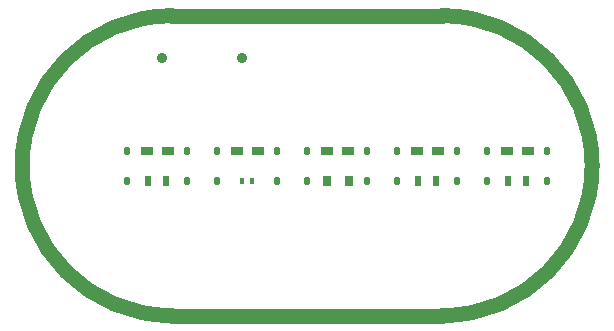
<source format=gts>
G04 #@! TF.FileFunction,Soldermask,Top*
%FSLAX46Y46*%
G04 Gerber Fmt 4.6, Leading zero omitted, Abs format (unit mm)*
G04 Created by KiCad (PCBNEW 4.0.7) date 07/09/18 10:37:14*
%MOMM*%
%LPD*%
G01*
G04 APERTURE LIST*
%ADD10C,0.100000*%
%ADD11C,1.270000*%
%ADD12O,0.508000X0.762000*%
%ADD13C,0.900000*%
%ADD14R,1.000000X0.797560*%
%ADD15R,0.700000X0.900000*%
%ADD16R,0.500000X0.900000*%
%ADD17R,0.400000X0.600000*%
G04 APERTURE END LIST*
D10*
D11*
X154940000Y-92710000D02*
X177800000Y-92710000D01*
X177800000Y-118110000D02*
X154940000Y-118110000D01*
X177800000Y-118110000D02*
G75*
G03X190500000Y-105410000I0J12700000D01*
G01*
X190500000Y-105410000D02*
G75*
G03X177800000Y-92710000I-12700000J0D01*
G01*
X142240000Y-105410000D02*
G75*
G03X154940000Y-118110000I12700000J0D01*
G01*
X154940000Y-92710000D02*
G75*
G03X142240000Y-105410000I0J-12700000D01*
G01*
D12*
X186690000Y-106680000D03*
X173990000Y-104140000D03*
X171450000Y-104140000D03*
X163830000Y-104140000D03*
X156210000Y-106680000D03*
D13*
X160880000Y-96310000D03*
X154080000Y-96310000D03*
D12*
X158750000Y-106680000D03*
X151130000Y-106680000D03*
X163830000Y-106680000D03*
X156210000Y-104140000D03*
X158750000Y-104140000D03*
X151130000Y-104140000D03*
X181610000Y-106680000D03*
X173990000Y-106680000D03*
X166370000Y-106680000D03*
X186690000Y-104140000D03*
X179070000Y-106680000D03*
X171450000Y-106680000D03*
X166370000Y-104140000D03*
X179070000Y-104140000D03*
X181610000Y-104140000D03*
D14*
X185039000Y-104140000D03*
X183261000Y-104140000D03*
X169799000Y-104140000D03*
X168021000Y-104140000D03*
X154559000Y-104140000D03*
X152781000Y-104140000D03*
D15*
X168021000Y-106680000D03*
X169926000Y-106680000D03*
D14*
X162179000Y-104140000D03*
X160401000Y-104140000D03*
X177419000Y-104140000D03*
X175641000Y-104140000D03*
D16*
X183400000Y-106680000D03*
X184900000Y-106680000D03*
X175780000Y-106680000D03*
X177280000Y-106680000D03*
D17*
X160840000Y-106680000D03*
X161740000Y-106680000D03*
D16*
X152920000Y-106680000D03*
X154420000Y-106680000D03*
M02*

</source>
